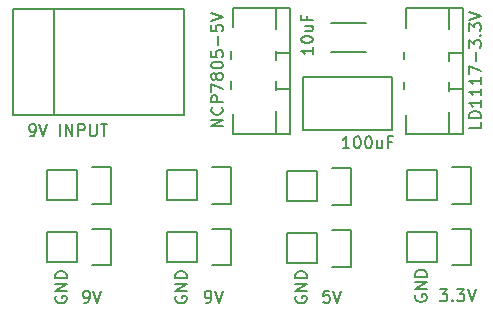
<source format=gto>
G04 #@! TF.FileFunction,Legend,Top*
%FSLAX46Y46*%
G04 Gerber Fmt 4.6, Leading zero omitted, Abs format (unit mm)*
G04 Created by KiCad (PCBNEW 4.0.1-3.201512221402+6198~38~ubuntu14.04.1-stable) date Mon 23 May 2016 08:12:34 PM PDT*
%MOMM*%
G01*
G04 APERTURE LIST*
%ADD10C,0.100000*%
%ADD11C,0.203200*%
%ADD12C,0.150000*%
G04 APERTURE END LIST*
D10*
D11*
X124774476Y-110568619D02*
X124290667Y-110568619D01*
X124242286Y-111052429D01*
X124290667Y-111004048D01*
X124387429Y-110955667D01*
X124629333Y-110955667D01*
X124726095Y-111004048D01*
X124774476Y-111052429D01*
X124822857Y-111149190D01*
X124822857Y-111391095D01*
X124774476Y-111487857D01*
X124726095Y-111536238D01*
X124629333Y-111584619D01*
X124387429Y-111584619D01*
X124290667Y-111536238D01*
X124242286Y-111487857D01*
X125113143Y-110568619D02*
X125451810Y-111584619D01*
X125790476Y-110568619D01*
X132080000Y-110935105D02*
X132031619Y-111031867D01*
X132031619Y-111177010D01*
X132080000Y-111322152D01*
X132176762Y-111418914D01*
X132273524Y-111467295D01*
X132467048Y-111515676D01*
X132612190Y-111515676D01*
X132805714Y-111467295D01*
X132902476Y-111418914D01*
X132999238Y-111322152D01*
X133047619Y-111177010D01*
X133047619Y-111080248D01*
X132999238Y-110935105D01*
X132950857Y-110886724D01*
X132612190Y-110886724D01*
X132612190Y-111080248D01*
X133047619Y-110451295D02*
X132031619Y-110451295D01*
X133047619Y-109870724D01*
X132031619Y-109870724D01*
X133047619Y-109386914D02*
X132031619Y-109386914D01*
X132031619Y-109145009D01*
X132080000Y-108999867D01*
X132176762Y-108903105D01*
X132273524Y-108854724D01*
X132467048Y-108806343D01*
X132612190Y-108806343D01*
X132805714Y-108854724D01*
X132902476Y-108903105D01*
X132999238Y-108999867D01*
X133047619Y-109145009D01*
X133047619Y-109386914D01*
X134136191Y-110441619D02*
X134765143Y-110441619D01*
X134426477Y-110828667D01*
X134571619Y-110828667D01*
X134668381Y-110877048D01*
X134716762Y-110925429D01*
X134765143Y-111022190D01*
X134765143Y-111264095D01*
X134716762Y-111360857D01*
X134668381Y-111409238D01*
X134571619Y-111457619D01*
X134281334Y-111457619D01*
X134184572Y-111409238D01*
X134136191Y-111360857D01*
X135200572Y-111360857D02*
X135248953Y-111409238D01*
X135200572Y-111457619D01*
X135152191Y-111409238D01*
X135200572Y-111360857D01*
X135200572Y-111457619D01*
X135587620Y-110441619D02*
X136216572Y-110441619D01*
X135877906Y-110828667D01*
X136023048Y-110828667D01*
X136119810Y-110877048D01*
X136168191Y-110925429D01*
X136216572Y-111022190D01*
X136216572Y-111264095D01*
X136168191Y-111360857D01*
X136119810Y-111409238D01*
X136023048Y-111457619D01*
X135732763Y-111457619D01*
X135636001Y-111409238D01*
X135587620Y-111360857D01*
X136506858Y-110441619D02*
X136845525Y-111457619D01*
X137184191Y-110441619D01*
X121920000Y-111062105D02*
X121871619Y-111158867D01*
X121871619Y-111304010D01*
X121920000Y-111449152D01*
X122016762Y-111545914D01*
X122113524Y-111594295D01*
X122307048Y-111642676D01*
X122452190Y-111642676D01*
X122645714Y-111594295D01*
X122742476Y-111545914D01*
X122839238Y-111449152D01*
X122887619Y-111304010D01*
X122887619Y-111207248D01*
X122839238Y-111062105D01*
X122790857Y-111013724D01*
X122452190Y-111013724D01*
X122452190Y-111207248D01*
X122887619Y-110578295D02*
X121871619Y-110578295D01*
X122887619Y-109997724D01*
X121871619Y-109997724D01*
X122887619Y-109513914D02*
X121871619Y-109513914D01*
X121871619Y-109272009D01*
X121920000Y-109126867D01*
X122016762Y-109030105D01*
X122113524Y-108981724D01*
X122307048Y-108933343D01*
X122452190Y-108933343D01*
X122645714Y-108981724D01*
X122742476Y-109030105D01*
X122839238Y-109126867D01*
X122887619Y-109272009D01*
X122887619Y-109513914D01*
X114306048Y-111584619D02*
X114499572Y-111584619D01*
X114596333Y-111536238D01*
X114644714Y-111487857D01*
X114741476Y-111342714D01*
X114789857Y-111149190D01*
X114789857Y-110762143D01*
X114741476Y-110665381D01*
X114693095Y-110617000D01*
X114596333Y-110568619D01*
X114402810Y-110568619D01*
X114306048Y-110617000D01*
X114257667Y-110665381D01*
X114209286Y-110762143D01*
X114209286Y-111004048D01*
X114257667Y-111100810D01*
X114306048Y-111149190D01*
X114402810Y-111197571D01*
X114596333Y-111197571D01*
X114693095Y-111149190D01*
X114741476Y-111100810D01*
X114789857Y-111004048D01*
X115080143Y-110568619D02*
X115418810Y-111584619D01*
X115757476Y-110568619D01*
X111760000Y-111062105D02*
X111711619Y-111158867D01*
X111711619Y-111304010D01*
X111760000Y-111449152D01*
X111856762Y-111545914D01*
X111953524Y-111594295D01*
X112147048Y-111642676D01*
X112292190Y-111642676D01*
X112485714Y-111594295D01*
X112582476Y-111545914D01*
X112679238Y-111449152D01*
X112727619Y-111304010D01*
X112727619Y-111207248D01*
X112679238Y-111062105D01*
X112630857Y-111013724D01*
X112292190Y-111013724D01*
X112292190Y-111207248D01*
X112727619Y-110578295D02*
X111711619Y-110578295D01*
X112727619Y-109997724D01*
X111711619Y-109997724D01*
X112727619Y-109513914D02*
X111711619Y-109513914D01*
X111711619Y-109272009D01*
X111760000Y-109126867D01*
X111856762Y-109030105D01*
X111953524Y-108981724D01*
X112147048Y-108933343D01*
X112292190Y-108933343D01*
X112485714Y-108981724D01*
X112582476Y-109030105D01*
X112679238Y-109126867D01*
X112727619Y-109272009D01*
X112727619Y-109513914D01*
X101600000Y-111062105D02*
X101551619Y-111158867D01*
X101551619Y-111304010D01*
X101600000Y-111449152D01*
X101696762Y-111545914D01*
X101793524Y-111594295D01*
X101987048Y-111642676D01*
X102132190Y-111642676D01*
X102325714Y-111594295D01*
X102422476Y-111545914D01*
X102519238Y-111449152D01*
X102567619Y-111304010D01*
X102567619Y-111207248D01*
X102519238Y-111062105D01*
X102470857Y-111013724D01*
X102132190Y-111013724D01*
X102132190Y-111207248D01*
X102567619Y-110578295D02*
X101551619Y-110578295D01*
X102567619Y-109997724D01*
X101551619Y-109997724D01*
X102567619Y-109513914D02*
X101551619Y-109513914D01*
X101551619Y-109272009D01*
X101600000Y-109126867D01*
X101696762Y-109030105D01*
X101793524Y-108981724D01*
X101987048Y-108933343D01*
X102132190Y-108933343D01*
X102325714Y-108981724D01*
X102422476Y-109030105D01*
X102519238Y-109126867D01*
X102567619Y-109272009D01*
X102567619Y-109513914D01*
X104019048Y-111584619D02*
X104212572Y-111584619D01*
X104309333Y-111536238D01*
X104357714Y-111487857D01*
X104454476Y-111342714D01*
X104502857Y-111149190D01*
X104502857Y-110762143D01*
X104454476Y-110665381D01*
X104406095Y-110617000D01*
X104309333Y-110568619D01*
X104115810Y-110568619D01*
X104019048Y-110617000D01*
X103970667Y-110665381D01*
X103922286Y-110762143D01*
X103922286Y-111004048D01*
X103970667Y-111100810D01*
X104019048Y-111149190D01*
X104115810Y-111197571D01*
X104309333Y-111197571D01*
X104406095Y-111149190D01*
X104454476Y-111100810D01*
X104502857Y-111004048D01*
X104793143Y-110568619D02*
X105131810Y-111584619D01*
X105470476Y-110568619D01*
D12*
X103441500Y-102933500D02*
X100901500Y-102933500D01*
X106261500Y-103213500D02*
X104711500Y-103213500D01*
X103441500Y-102933500D02*
X103441500Y-100393500D01*
X104711500Y-100113500D02*
X106261500Y-100113500D01*
X106261500Y-100113500D02*
X106261500Y-103213500D01*
X103441500Y-100393500D02*
X100901500Y-100393500D01*
X100901500Y-100393500D02*
X100901500Y-102933500D01*
X130075000Y-96992000D02*
X122575000Y-96992000D01*
X122575000Y-96992000D02*
X122575000Y-92492000D01*
X122575000Y-92492000D02*
X130075000Y-92492000D01*
X130075000Y-92492000D02*
X130075000Y-96992000D01*
X134937500Y-97345500D02*
X134937500Y-95440500D01*
X134937500Y-92900500D02*
X134937500Y-93662500D01*
X134937500Y-90487500D02*
X134937500Y-90360500D01*
X134937500Y-90487500D02*
X134937500Y-91122500D01*
X134937500Y-86677500D02*
X134937500Y-88455500D01*
X131254500Y-86677500D02*
X131254500Y-88328500D01*
X131127500Y-90995500D02*
X131127500Y-90360500D01*
X131127500Y-93535500D02*
X131127500Y-92900500D01*
X131254500Y-97345500D02*
X131254500Y-95694500D01*
X136080500Y-90487500D02*
X134937500Y-90487500D01*
X136080500Y-93535500D02*
X134937500Y-93535500D01*
X134937500Y-97345500D02*
X131254500Y-97345500D01*
X131254500Y-86677500D02*
X134937500Y-86677500D01*
X136080500Y-97345500D02*
X134937500Y-97345500D01*
X134937500Y-86677500D02*
X136080500Y-86677500D01*
X136080500Y-92011500D02*
X136080500Y-86677500D01*
X136080500Y-92011500D02*
X136080500Y-97345500D01*
X103441500Y-108140500D02*
X100901500Y-108140500D01*
X106261500Y-108420500D02*
X104711500Y-108420500D01*
X103441500Y-108140500D02*
X103441500Y-105600500D01*
X104711500Y-105320500D02*
X106261500Y-105320500D01*
X106261500Y-105320500D02*
X106261500Y-108420500D01*
X103441500Y-105600500D02*
X100901500Y-105600500D01*
X100901500Y-105600500D02*
X100901500Y-108140500D01*
X113601500Y-108140500D02*
X111061500Y-108140500D01*
X116421500Y-108420500D02*
X114871500Y-108420500D01*
X113601500Y-108140500D02*
X113601500Y-105600500D01*
X114871500Y-105320500D02*
X116421500Y-105320500D01*
X116421500Y-105320500D02*
X116421500Y-108420500D01*
X113601500Y-105600500D02*
X111061500Y-105600500D01*
X111061500Y-105600500D02*
X111061500Y-108140500D01*
X123761500Y-108267500D02*
X121221500Y-108267500D01*
X126581500Y-108547500D02*
X125031500Y-108547500D01*
X123761500Y-108267500D02*
X123761500Y-105727500D01*
X125031500Y-105447500D02*
X126581500Y-105447500D01*
X126581500Y-105447500D02*
X126581500Y-108547500D01*
X123761500Y-105727500D02*
X121221500Y-105727500D01*
X121221500Y-105727500D02*
X121221500Y-108267500D01*
X133921500Y-108140500D02*
X131381500Y-108140500D01*
X136741500Y-108420500D02*
X135191500Y-108420500D01*
X133921500Y-108140500D02*
X133921500Y-105600500D01*
X135191500Y-105320500D02*
X136741500Y-105320500D01*
X136741500Y-105320500D02*
X136741500Y-108420500D01*
X133921500Y-105600500D02*
X131381500Y-105600500D01*
X131381500Y-105600500D02*
X131381500Y-108140500D01*
X120269000Y-97282000D02*
X120269000Y-95377000D01*
X120269000Y-92837000D02*
X120269000Y-93599000D01*
X120269000Y-90424000D02*
X120269000Y-90297000D01*
X120269000Y-90424000D02*
X120269000Y-91059000D01*
X120269000Y-86614000D02*
X120269000Y-88392000D01*
X116586000Y-86614000D02*
X116586000Y-88265000D01*
X116459000Y-90932000D02*
X116459000Y-90297000D01*
X116459000Y-93472000D02*
X116459000Y-92837000D01*
X116586000Y-97282000D02*
X116586000Y-95631000D01*
X121412000Y-90424000D02*
X120269000Y-90424000D01*
X121412000Y-93472000D02*
X120269000Y-93472000D01*
X120269000Y-97282000D02*
X116586000Y-97282000D01*
X116586000Y-86614000D02*
X120269000Y-86614000D01*
X121412000Y-97282000D02*
X120269000Y-97282000D01*
X120269000Y-86614000D02*
X121412000Y-86614000D01*
X121412000Y-91948000D02*
X121412000Y-86614000D01*
X121412000Y-91948000D02*
X121412000Y-97282000D01*
X127885000Y-90404000D02*
X124885000Y-90404000D01*
X124885000Y-87904000D02*
X127885000Y-87904000D01*
X113601500Y-102933500D02*
X111061500Y-102933500D01*
X116421500Y-103213500D02*
X114871500Y-103213500D01*
X113601500Y-102933500D02*
X113601500Y-100393500D01*
X114871500Y-100113500D02*
X116421500Y-100113500D01*
X116421500Y-100113500D02*
X116421500Y-103213500D01*
X113601500Y-100393500D02*
X111061500Y-100393500D01*
X111061500Y-100393500D02*
X111061500Y-102933500D01*
X123761500Y-102997000D02*
X121221500Y-102997000D01*
X126581500Y-103277000D02*
X125031500Y-103277000D01*
X123761500Y-102997000D02*
X123761500Y-100457000D01*
X125031500Y-100177000D02*
X126581500Y-100177000D01*
X126581500Y-100177000D02*
X126581500Y-103277000D01*
X123761500Y-100457000D02*
X121221500Y-100457000D01*
X121221500Y-100457000D02*
X121221500Y-102997000D01*
X133921500Y-102933500D02*
X131381500Y-102933500D01*
X136741500Y-103213500D02*
X135191500Y-103213500D01*
X133921500Y-102933500D02*
X133921500Y-100393500D01*
X135191500Y-100113500D02*
X136741500Y-100113500D01*
X136741500Y-100113500D02*
X136741500Y-103213500D01*
X133921500Y-100393500D02*
X131381500Y-100393500D01*
X131381500Y-100393500D02*
X131381500Y-102933500D01*
X101462840Y-86685120D02*
X101462840Y-95686880D01*
X97962720Y-86685120D02*
X97962720Y-95686880D01*
X97962720Y-95686880D02*
X112463580Y-95686880D01*
X112463580Y-95686880D02*
X112463580Y-86685120D01*
X112463580Y-86685120D02*
X97962720Y-86685120D01*
X126468381Y-98496381D02*
X125896952Y-98496381D01*
X126182666Y-98496381D02*
X126182666Y-97496381D01*
X126087428Y-97639238D01*
X125992190Y-97734476D01*
X125896952Y-97782095D01*
X127087428Y-97496381D02*
X127182667Y-97496381D01*
X127277905Y-97544000D01*
X127325524Y-97591619D01*
X127373143Y-97686857D01*
X127420762Y-97877333D01*
X127420762Y-98115429D01*
X127373143Y-98305905D01*
X127325524Y-98401143D01*
X127277905Y-98448762D01*
X127182667Y-98496381D01*
X127087428Y-98496381D01*
X126992190Y-98448762D01*
X126944571Y-98401143D01*
X126896952Y-98305905D01*
X126849333Y-98115429D01*
X126849333Y-97877333D01*
X126896952Y-97686857D01*
X126944571Y-97591619D01*
X126992190Y-97544000D01*
X127087428Y-97496381D01*
X128039809Y-97496381D02*
X128135048Y-97496381D01*
X128230286Y-97544000D01*
X128277905Y-97591619D01*
X128325524Y-97686857D01*
X128373143Y-97877333D01*
X128373143Y-98115429D01*
X128325524Y-98305905D01*
X128277905Y-98401143D01*
X128230286Y-98448762D01*
X128135048Y-98496381D01*
X128039809Y-98496381D01*
X127944571Y-98448762D01*
X127896952Y-98401143D01*
X127849333Y-98305905D01*
X127801714Y-98115429D01*
X127801714Y-97877333D01*
X127849333Y-97686857D01*
X127896952Y-97591619D01*
X127944571Y-97544000D01*
X128039809Y-97496381D01*
X129230286Y-97829714D02*
X129230286Y-98496381D01*
X128801714Y-97829714D02*
X128801714Y-98353524D01*
X128849333Y-98448762D01*
X128944571Y-98496381D01*
X129087429Y-98496381D01*
X129182667Y-98448762D01*
X129230286Y-98401143D01*
X130039810Y-97972571D02*
X129706476Y-97972571D01*
X129706476Y-98496381D02*
X129706476Y-97496381D01*
X130182667Y-97496381D01*
X137612381Y-96281333D02*
X137612381Y-96757524D01*
X136612381Y-96757524D01*
X137612381Y-95948000D02*
X136612381Y-95948000D01*
X136612381Y-95709905D01*
X136660000Y-95567047D01*
X136755238Y-95471809D01*
X136850476Y-95424190D01*
X137040952Y-95376571D01*
X137183810Y-95376571D01*
X137374286Y-95424190D01*
X137469524Y-95471809D01*
X137564762Y-95567047D01*
X137612381Y-95709905D01*
X137612381Y-95948000D01*
X137612381Y-94424190D02*
X137612381Y-94995619D01*
X137612381Y-94709905D02*
X136612381Y-94709905D01*
X136755238Y-94805143D01*
X136850476Y-94900381D01*
X136898095Y-94995619D01*
X137612381Y-93471809D02*
X137612381Y-94043238D01*
X137612381Y-93757524D02*
X136612381Y-93757524D01*
X136755238Y-93852762D01*
X136850476Y-93948000D01*
X136898095Y-94043238D01*
X137612381Y-92519428D02*
X137612381Y-93090857D01*
X137612381Y-92805143D02*
X136612381Y-92805143D01*
X136755238Y-92900381D01*
X136850476Y-92995619D01*
X136898095Y-93090857D01*
X136612381Y-92186095D02*
X136612381Y-91519428D01*
X137612381Y-91948000D01*
X137231429Y-91138476D02*
X137231429Y-90376571D01*
X136612381Y-89995619D02*
X136612381Y-89376571D01*
X136993333Y-89709905D01*
X136993333Y-89567047D01*
X137040952Y-89471809D01*
X137088571Y-89424190D01*
X137183810Y-89376571D01*
X137421905Y-89376571D01*
X137517143Y-89424190D01*
X137564762Y-89471809D01*
X137612381Y-89567047D01*
X137612381Y-89852762D01*
X137564762Y-89948000D01*
X137517143Y-89995619D01*
X137517143Y-88948000D02*
X137564762Y-88900381D01*
X137612381Y-88948000D01*
X137564762Y-88995619D01*
X137517143Y-88948000D01*
X137612381Y-88948000D01*
X136612381Y-88567048D02*
X136612381Y-87948000D01*
X136993333Y-88281334D01*
X136993333Y-88138476D01*
X137040952Y-88043238D01*
X137088571Y-87995619D01*
X137183810Y-87948000D01*
X137421905Y-87948000D01*
X137517143Y-87995619D01*
X137564762Y-88043238D01*
X137612381Y-88138476D01*
X137612381Y-88424191D01*
X137564762Y-88519429D01*
X137517143Y-88567048D01*
X136612381Y-87662286D02*
X137612381Y-87328953D01*
X136612381Y-86995619D01*
X115768381Y-96662286D02*
X114768381Y-96662286D01*
X115768381Y-96090857D01*
X114768381Y-96090857D01*
X115673143Y-95043238D02*
X115720762Y-95090857D01*
X115768381Y-95233714D01*
X115768381Y-95328952D01*
X115720762Y-95471810D01*
X115625524Y-95567048D01*
X115530286Y-95614667D01*
X115339810Y-95662286D01*
X115196952Y-95662286D01*
X115006476Y-95614667D01*
X114911238Y-95567048D01*
X114816000Y-95471810D01*
X114768381Y-95328952D01*
X114768381Y-95233714D01*
X114816000Y-95090857D01*
X114863619Y-95043238D01*
X115768381Y-94614667D02*
X114768381Y-94614667D01*
X114768381Y-94233714D01*
X114816000Y-94138476D01*
X114863619Y-94090857D01*
X114958857Y-94043238D01*
X115101714Y-94043238D01*
X115196952Y-94090857D01*
X115244571Y-94138476D01*
X115292190Y-94233714D01*
X115292190Y-94614667D01*
X114768381Y-93709905D02*
X114768381Y-93043238D01*
X115768381Y-93471810D01*
X115196952Y-92519429D02*
X115149333Y-92614667D01*
X115101714Y-92662286D01*
X115006476Y-92709905D01*
X114958857Y-92709905D01*
X114863619Y-92662286D01*
X114816000Y-92614667D01*
X114768381Y-92519429D01*
X114768381Y-92328952D01*
X114816000Y-92233714D01*
X114863619Y-92186095D01*
X114958857Y-92138476D01*
X115006476Y-92138476D01*
X115101714Y-92186095D01*
X115149333Y-92233714D01*
X115196952Y-92328952D01*
X115196952Y-92519429D01*
X115244571Y-92614667D01*
X115292190Y-92662286D01*
X115387429Y-92709905D01*
X115577905Y-92709905D01*
X115673143Y-92662286D01*
X115720762Y-92614667D01*
X115768381Y-92519429D01*
X115768381Y-92328952D01*
X115720762Y-92233714D01*
X115673143Y-92186095D01*
X115577905Y-92138476D01*
X115387429Y-92138476D01*
X115292190Y-92186095D01*
X115244571Y-92233714D01*
X115196952Y-92328952D01*
X114768381Y-91519429D02*
X114768381Y-91424190D01*
X114816000Y-91328952D01*
X114863619Y-91281333D01*
X114958857Y-91233714D01*
X115149333Y-91186095D01*
X115387429Y-91186095D01*
X115577905Y-91233714D01*
X115673143Y-91281333D01*
X115720762Y-91328952D01*
X115768381Y-91424190D01*
X115768381Y-91519429D01*
X115720762Y-91614667D01*
X115673143Y-91662286D01*
X115577905Y-91709905D01*
X115387429Y-91757524D01*
X115149333Y-91757524D01*
X114958857Y-91709905D01*
X114863619Y-91662286D01*
X114816000Y-91614667D01*
X114768381Y-91519429D01*
X114768381Y-90281333D02*
X114768381Y-90757524D01*
X115244571Y-90805143D01*
X115196952Y-90757524D01*
X115149333Y-90662286D01*
X115149333Y-90424190D01*
X115196952Y-90328952D01*
X115244571Y-90281333D01*
X115339810Y-90233714D01*
X115577905Y-90233714D01*
X115673143Y-90281333D01*
X115720762Y-90328952D01*
X115768381Y-90424190D01*
X115768381Y-90662286D01*
X115720762Y-90757524D01*
X115673143Y-90805143D01*
X115387429Y-89805143D02*
X115387429Y-89043238D01*
X114768381Y-88090857D02*
X114768381Y-88567048D01*
X115244571Y-88614667D01*
X115196952Y-88567048D01*
X115149333Y-88471810D01*
X115149333Y-88233714D01*
X115196952Y-88138476D01*
X115244571Y-88090857D01*
X115339810Y-88043238D01*
X115577905Y-88043238D01*
X115673143Y-88090857D01*
X115720762Y-88138476D01*
X115768381Y-88233714D01*
X115768381Y-88471810D01*
X115720762Y-88567048D01*
X115673143Y-88614667D01*
X114768381Y-87757524D02*
X115768381Y-87424191D01*
X114768381Y-87090857D01*
X123388381Y-89971428D02*
X123388381Y-90542857D01*
X123388381Y-90257143D02*
X122388381Y-90257143D01*
X122531238Y-90352381D01*
X122626476Y-90447619D01*
X122674095Y-90542857D01*
X122388381Y-89352381D02*
X122388381Y-89257142D01*
X122436000Y-89161904D01*
X122483619Y-89114285D01*
X122578857Y-89066666D01*
X122769333Y-89019047D01*
X123007429Y-89019047D01*
X123197905Y-89066666D01*
X123293143Y-89114285D01*
X123340762Y-89161904D01*
X123388381Y-89257142D01*
X123388381Y-89352381D01*
X123340762Y-89447619D01*
X123293143Y-89495238D01*
X123197905Y-89542857D01*
X123007429Y-89590476D01*
X122769333Y-89590476D01*
X122578857Y-89542857D01*
X122483619Y-89495238D01*
X122436000Y-89447619D01*
X122388381Y-89352381D01*
X122721714Y-88161904D02*
X123388381Y-88161904D01*
X122721714Y-88590476D02*
X123245524Y-88590476D01*
X123340762Y-88542857D01*
X123388381Y-88447619D01*
X123388381Y-88304761D01*
X123340762Y-88209523D01*
X123293143Y-88161904D01*
X122864571Y-87352380D02*
X122864571Y-87685714D01*
X123388381Y-87685714D02*
X122388381Y-87685714D01*
X122388381Y-87209523D01*
X99449333Y-97480381D02*
X99639809Y-97480381D01*
X99735048Y-97432762D01*
X99782667Y-97385143D01*
X99877905Y-97242286D01*
X99925524Y-97051810D01*
X99925524Y-96670857D01*
X99877905Y-96575619D01*
X99830286Y-96528000D01*
X99735048Y-96480381D01*
X99544571Y-96480381D01*
X99449333Y-96528000D01*
X99401714Y-96575619D01*
X99354095Y-96670857D01*
X99354095Y-96908952D01*
X99401714Y-97004190D01*
X99449333Y-97051810D01*
X99544571Y-97099429D01*
X99735048Y-97099429D01*
X99830286Y-97051810D01*
X99877905Y-97004190D01*
X99925524Y-96908952D01*
X100211238Y-96480381D02*
X100544571Y-97480381D01*
X100877905Y-96480381D01*
X101973143Y-97480381D02*
X101973143Y-96480381D01*
X102449333Y-97480381D02*
X102449333Y-96480381D01*
X103020762Y-97480381D01*
X103020762Y-96480381D01*
X103496952Y-97480381D02*
X103496952Y-96480381D01*
X103877905Y-96480381D01*
X103973143Y-96528000D01*
X104020762Y-96575619D01*
X104068381Y-96670857D01*
X104068381Y-96813714D01*
X104020762Y-96908952D01*
X103973143Y-96956571D01*
X103877905Y-97004190D01*
X103496952Y-97004190D01*
X104496952Y-96480381D02*
X104496952Y-97289905D01*
X104544571Y-97385143D01*
X104592190Y-97432762D01*
X104687428Y-97480381D01*
X104877905Y-97480381D01*
X104973143Y-97432762D01*
X105020762Y-97385143D01*
X105068381Y-97289905D01*
X105068381Y-96480381D01*
X105401714Y-96480381D02*
X105973143Y-96480381D01*
X105687428Y-97480381D02*
X105687428Y-96480381D01*
M02*

</source>
